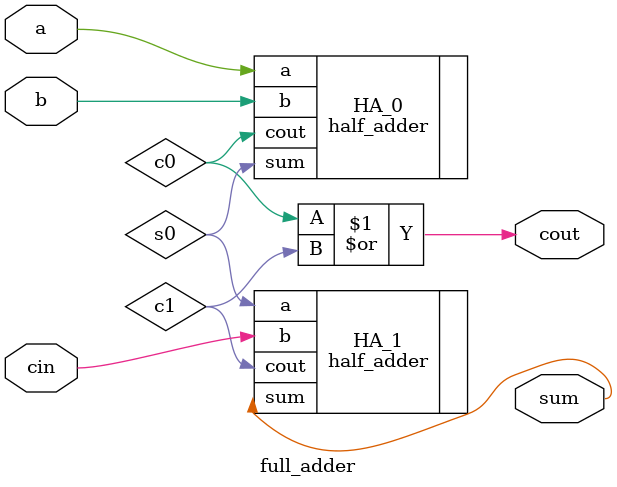
<source format=v>
/**
 * lab4 - Parameter Full Adder
 * Aluno: Luan Daniel de Oliveira Melo (20102096)
 *
 ** lab4\src\full_adder.v **
 * Define um modulo para um somador de N bits
 */

module full_adder
(a, b, cin, sum, cout);
	input  a, b, cin;
	output sum;
	output cout;

	wire s0, c0, c1;

	half_adder HA_0(
		.a(a),
		.b(b),
		.sum(s0),
		.cout(c0)
	);

	half_adder HA_1(
		.a(s0),
		.b(cin),
		.sum(sum),
		.cout(c1)
	);

	assign cout = c0 | c1;

endmodule //full_adder

</source>
